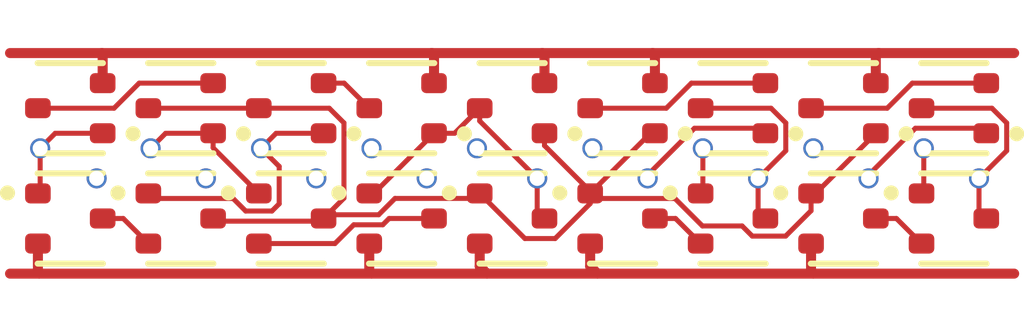
<source format=kicad_pcb>
(kicad_pcb (version 20241229) (generator "pcbnew") (generator_version "9.0")
  (layers (0 "F.Cu" signal) (2 "B.Cu" signal) (13 "F.Paste" user) (15 "B.Paste" user) (5 "F.SilkS" user "F.Silkscreen") (7 "B.SilkS" user "B.Silkscreen") (1 "F.Mask" user) (3 "B.Mask" user) (25 "Edge.Cuts" user))
  (net 0 "")
  (net 1 "GND")
  (net 2 "VDD")
  (net 3 "D")
  (net 4 "Q")
  (net 5 "CLK")
  (net 6 "latch.NOT1.intP")
  (net 7 "latch.NOT1.Y")
  (net 8 "nCLK")
  (net 9 "latch.NOT1.intN")
  (net 10 "latch.NOT3.intP")
  (net 11 "latch.NOT3.intN")
  (net 12 "port1.intP")
  (net 13 "port1.intN")
  (net 14 "Q1")
  (net 15 "nEN2")
  (net 16 "EN1")
  (net 17 "nEN1")
  (net 18 "EN2")
  (net 19 "Q2")
  (net 20 "port2.intN")
  (net 21 "port2.intP")
  (footprint "Package_TO_SOT_SMD:SOT-523" (layer "F.Cu") (at 7.7 1.1 180)
    (property "Reference" "latch.NOT3.N1" (hide yes))
    (property "Value" "")
    (fp_line (start 0.65 0.9) (end -0.65 0.9) (stroke (width 0.12)) (layer "F.SilkS"))
    (fp_line (start 0.65 -0.9) (end -0.65 -0.9) (stroke (width 0.12)) (layer "F.SilkS"))
    (fp_circle (center -1.25 -0.51) (end -1.1 -0.51) (fill yes) (layer "F.SilkS"))
    (pad "1" smd roundrect (at -0.645 -0.5) (size 0.51 0.4) (layers "F.Cu" "F.Mask" "F.Paste") (net 4 "Q"))
    (pad "2" smd roundrect (at -0.645 0.5) (size 0.51 0.4) (layers "F.Cu" "F.Mask" "F.Paste") (net 1 "GND"))
    (pad "3" smd roundrect (at 0.645 0) (size 0.51 0.4) (layers "F.Cu" "F.Mask" "F.Paste") (net 11 "latch.NOT3.intN"))
  )
  (footprint "Package_TO_SOT_SMD:SOT-523" (layer "F.Cu") (at 3.3 3.3)
    (property "Reference" "latch.NOT1.P2" (hide yes))
    (property "Value" "")
    (fp_line (start 0.65 -0.9) (end -0.65 -0.9) (stroke (width 0.12)) (layer "F.SilkS"))
    (fp_line (start 0.65 0.9) (end -0.65 0.9) (stroke (width 0.12)) (layer "F.SilkS"))
    (fp_circle (center -1.25 -0.51) (end -1.1 -0.51) (fill yes) (layer "F.SilkS"))
    (pad "1" smd roundrect (at -0.645 -0.5 180) (size 0.51 0.4) (layers "F.Cu" "F.Mask" "F.Paste") (net 8 "nCLK"))
    (pad "2" smd roundrect (at -0.645 0.5 180) (size 0.51 0.4) (layers "F.Cu" "F.Mask" "F.Paste") (net 6 "latch.NOT1.intP"))
    (pad "3" smd roundrect (at 0.645 0 180) (size 0.51 0.4) (layers "F.Cu" "F.Mask" "F.Paste") (net 7 "latch.NOT1.Y"))
  )
  (footprint "Package_TO_SOT_SMD:SOT-523" (layer "F.Cu") (at 5.5 1.1 180)
    (property "Reference" "latch.NOT3.N2" (hide yes))
    (property "Value" "")
    (fp_line (start 0.65 0.9) (end -0.65 0.9) (stroke (width 0.12)) (layer "F.SilkS"))
    (fp_line (start 0.65 -0.9) (end -0.65 -0.9) (stroke (width 0.12)) (layer "F.SilkS"))
    (fp_circle (center -1.25 -0.51) (end -1.1 -0.51) (fill yes) (layer "F.SilkS"))
    (pad "1" smd roundrect (at -0.645 -0.5) (size 0.51 0.4) (layers "F.Cu" "F.Mask" "F.Paste") (net 8 "nCLK"))
    (pad "2" smd roundrect (at -0.645 0.5) (size 0.51 0.4) (layers "F.Cu" "F.Mask" "F.Paste") (net 11 "latch.NOT3.intN"))
    (pad "3" smd roundrect (at 0.645 0) (size 0.51 0.4) (layers "F.Cu" "F.Mask" "F.Paste") (net 7 "latch.NOT1.Y"))
  )
  (footprint "Package_TO_SOT_SMD:SOT-523" (layer "F.Cu") (at 1.1 3.3)
    (property "Reference" "latch.NOT1.P1" (hide yes))
    (property "Value" "")
    (fp_line (start 0.65 -0.9) (end -0.65 -0.9) (stroke (width 0.12)) (layer "F.SilkS"))
    (fp_line (start 0.65 0.9) (end -0.65 0.9) (stroke (width 0.12)) (layer "F.SilkS"))
    (fp_circle (center -1.25 -0.51) (end -1.1 -0.51) (fill yes) (layer "F.SilkS"))
    (pad "1" smd roundrect (at -0.645 -0.5 180) (size 0.51 0.4) (layers "F.Cu" "F.Mask" "F.Paste") (net 3 "D"))
    (pad "2" smd roundrect (at -0.645 0.5 180) (size 0.51 0.4) (layers "F.Cu" "F.Mask" "F.Paste") (net 2 "VDD"))
    (pad "3" smd roundrect (at 0.645 0 180) (size 0.51 0.4) (layers "F.Cu" "F.Mask" "F.Paste") (net 6 "latch.NOT1.intP"))
  )
  (footprint "Package_TO_SOT_SMD:SOT-523" (layer "F.Cu") (at 5.5 3.3)
    (property "Reference" "latch.NOT3.P2" (hide yes))
    (property "Value" "")
    (fp_line (start 0.65 -0.9) (end -0.65 -0.9) (stroke (width 0.12)) (layer "F.SilkS"))
    (fp_line (start 0.65 0.9) (end -0.65 0.9) (stroke (width 0.12)) (layer "F.SilkS"))
    (fp_circle (center -1.25 -0.51) (end -1.1 -0.51) (fill yes) (layer "F.SilkS"))
    (pad "1" smd roundrect (at -0.645 -0.5 180) (size 0.51 0.4) (layers "F.Cu" "F.Mask" "F.Paste") (net 5 "CLK"))
    (pad "2" smd roundrect (at -0.645 0.5 180) (size 0.51 0.4) (layers "F.Cu" "F.Mask" "F.Paste") (net 10 "latch.NOT3.intP"))
    (pad "3" smd roundrect (at 0.645 0 180) (size 0.51 0.4) (layers "F.Cu" "F.Mask" "F.Paste") (net 7 "latch.NOT1.Y"))
  )
  (footprint "Package_TO_SOT_SMD:SOT-523" (layer "F.Cu") (at 3.3 1.1 180)
    (property "Reference" "latch.NOT1.N2" (hide yes))
    (property "Value" "")
    (fp_line (start 0.65 0.9) (end -0.65 0.9) (stroke (width 0.12)) (layer "F.SilkS"))
    (fp_line (start 0.65 -0.9) (end -0.65 -0.9) (stroke (width 0.12)) (layer "F.SilkS"))
    (fp_circle (center -1.25 -0.51) (end -1.1 -0.51) (fill yes) (layer "F.SilkS"))
    (pad "1" smd roundrect (at -0.645 -0.5) (size 0.51 0.4) (layers "F.Cu" "F.Mask" "F.Paste") (net 5 "CLK"))
    (pad "2" smd roundrect (at -0.645 0.5) (size 0.51 0.4) (layers "F.Cu" "F.Mask" "F.Paste") (net 9 "latch.NOT1.intN"))
    (pad "3" smd roundrect (at 0.645 0) (size 0.51 0.4) (layers "F.Cu" "F.Mask" "F.Paste") (net 7 "latch.NOT1.Y"))
  )
  (footprint "Package_TO_SOT_SMD:SOT-523" (layer "F.Cu") (at 16.5 1.1 180)
    (property "Reference" "port2.N1" (hide yes))
    (property "Value" "")
    (fp_line (start 0.65 0.9) (end -0.65 0.9) (stroke (width 0.12)) (layer "F.SilkS"))
    (fp_line (start 0.65 -0.9) (end -0.65 -0.9) (stroke (width 0.12)) (layer "F.SilkS"))
    (fp_circle (center -1.25 -0.51) (end -1.1 -0.51) (fill yes) (layer "F.SilkS"))
    (pad "1" smd roundrect (at -0.645 -0.5) (size 0.51 0.4) (layers "F.Cu" "F.Mask" "F.Paste") (net 7 "latch.NOT1.Y"))
    (pad "2" smd roundrect (at -0.645 0.5) (size 0.51 0.4) (layers "F.Cu" "F.Mask" "F.Paste") (net 1 "GND"))
    (pad "3" smd roundrect (at 0.645 0) (size 0.51 0.4) (layers "F.Cu" "F.Mask" "F.Paste") (net 20 "port2.intN"))
  )
  (footprint "Package_TO_SOT_SMD:SOT-523" (layer "F.Cu") (at 12.1 1.1 180)
    (property "Reference" "port1.N1" (hide yes))
    (property "Value" "")
    (fp_line (start 0.65 0.9) (end -0.65 0.9) (stroke (width 0.12)) (layer "F.SilkS"))
    (fp_line (start 0.65 -0.9) (end -0.65 -0.9) (stroke (width 0.12)) (layer "F.SilkS"))
    (fp_circle (center -1.25 -0.51) (end -1.1 -0.51) (fill yes) (layer "F.SilkS"))
    (pad "1" smd roundrect (at -0.645 -0.5) (size 0.51 0.4) (layers "F.Cu" "F.Mask" "F.Paste") (net 7 "latch.NOT1.Y"))
    (pad "2" smd roundrect (at -0.645 0.5) (size 0.51 0.4) (layers "F.Cu" "F.Mask" "F.Paste") (net 1 "GND"))
    (pad "3" smd roundrect (at 0.645 0) (size 0.51 0.4) (layers "F.Cu" "F.Mask" "F.Paste") (net 13 "port1.intN"))
  )
  (footprint "Package_TO_SOT_SMD:SOT-523" (layer "F.Cu") (at 9.9 3.3)
    (property "Reference" "latch.NOT2.P1" (hide yes))
    (property "Value" "")
    (fp_line (start 0.65 -0.9) (end -0.65 -0.9) (stroke (width 0.12)) (layer "F.SilkS"))
    (fp_line (start 0.65 0.9) (end -0.65 0.9) (stroke (width 0.12)) (layer "F.SilkS"))
    (fp_circle (center -1.25 -0.51) (end -1.1 -0.51) (fill yes) (layer "F.SilkS"))
    (pad "1" smd roundrect (at -0.645 -0.5 180) (size 0.51 0.4) (layers "F.Cu" "F.Mask" "F.Paste") (net 7 "latch.NOT1.Y"))
    (pad "2" smd roundrect (at -0.645 0.5 180) (size 0.51 0.4) (layers "F.Cu" "F.Mask" "F.Paste") (net 2 "VDD"))
    (pad "3" smd roundrect (at 0.645 0 180) (size 0.51 0.4) (layers "F.Cu" "F.Mask" "F.Paste") (net 4 "Q"))
  )
  (footprint "Package_TO_SOT_SMD:SOT-523" (layer "F.Cu") (at 14.3 3.3)
    (property "Reference" "port1.P2" (hide yes))
    (property "Value" "")
    (fp_line (start 0.65 -0.9) (end -0.65 -0.9) (stroke (width 0.12)) (layer "F.SilkS"))
    (fp_line (start 0.65 0.9) (end -0.65 0.9) (stroke (width 0.12)) (layer "F.SilkS"))
    (fp_circle (center -1.25 -0.51) (end -1.1 -0.51) (fill yes) (layer "F.SilkS"))
    (pad "1" smd roundrect (at -0.645 -0.5 180) (size 0.51 0.4) (layers "F.Cu" "F.Mask" "F.Paste") (net 17 "nEN1"))
    (pad "2" smd roundrect (at -0.645 0.5 180) (size 0.51 0.4) (layers "F.Cu" "F.Mask" "F.Paste") (net 12 "port1.intP"))
    (pad "3" smd roundrect (at 0.645 0 180) (size 0.51 0.4) (layers "F.Cu" "F.Mask" "F.Paste") (net 14 "Q1"))
  )
  (footprint "Package_TO_SOT_SMD:SOT-523" (layer "F.Cu") (at 18.7 1.1 180)
    (property "Reference" "port2.N2" (hide yes))
    (property "Value" "")
    (fp_line (start 0.65 0.9) (end -0.65 0.9) (stroke (width 0.12)) (layer "F.SilkS"))
    (fp_line (start 0.65 -0.9) (end -0.65 -0.9) (stroke (width 0.12)) (layer "F.SilkS"))
    (fp_circle (center -1.25 -0.51) (end -1.1 -0.51) (fill yes) (layer "F.SilkS"))
    (pad "1" smd roundrect (at -0.645 -0.5) (size 0.51 0.4) (layers "F.Cu" "F.Mask" "F.Paste") (net 18 "EN2"))
    (pad "2" smd roundrect (at -0.645 0.5) (size 0.51 0.4) (layers "F.Cu" "F.Mask" "F.Paste") (net 20 "port2.intN"))
    (pad "3" smd roundrect (at 0.645 0) (size 0.51 0.4) (layers "F.Cu" "F.Mask" "F.Paste") (net 19 "Q2"))
  )
  (footprint "Package_TO_SOT_SMD:SOT-523" (layer "F.Cu") (at 12.1 3.3)
    (property "Reference" "port1.P1" (hide yes))
    (property "Value" "")
    (fp_line (start 0.65 -0.9) (end -0.65 -0.9) (stroke (width 0.12)) (layer "F.SilkS"))
    (fp_line (start 0.65 0.9) (end -0.65 0.9) (stroke (width 0.12)) (layer "F.SilkS"))
    (fp_circle (center -1.25 -0.51) (end -1.1 -0.51) (fill yes) (layer "F.SilkS"))
    (pad "1" smd roundrect (at -0.645 -0.5 180) (size 0.51 0.4) (layers "F.Cu" "F.Mask" "F.Paste") (net 7 "latch.NOT1.Y"))
    (pad "2" smd roundrect (at -0.645 0.5 180) (size 0.51 0.4) (layers "F.Cu" "F.Mask" "F.Paste") (net 2 "VDD"))
    (pad "3" smd roundrect (at 0.645 0 180) (size 0.51 0.4) (layers "F.Cu" "F.Mask" "F.Paste") (net 12 "port1.intP"))
  )
  (footprint "Package_TO_SOT_SMD:SOT-523" (layer "F.Cu") (at 16.5 3.3)
    (property "Reference" "port2.P1" (hide yes))
    (property "Value" "")
    (fp_line (start 0.65 -0.9) (end -0.65 -0.9) (stroke (width 0.12)) (layer "F.SilkS"))
    (fp_line (start 0.65 0.9) (end -0.65 0.9) (stroke (width 0.12)) (layer "F.SilkS"))
    (fp_circle (center -1.25 -0.51) (end -1.1 -0.51) (fill yes) (layer "F.SilkS"))
    (pad "1" smd roundrect (at -0.645 -0.5 180) (size 0.51 0.4) (layers "F.Cu" "F.Mask" "F.Paste") (net 7 "latch.NOT1.Y"))
    (pad "2" smd roundrect (at -0.645 0.5 180) (size 0.51 0.4) (layers "F.Cu" "F.Mask" "F.Paste") (net 2 "VDD"))
    (pad "3" smd roundrect (at 0.645 0 180) (size 0.51 0.4) (layers "F.Cu" "F.Mask" "F.Paste") (net 21 "port2.intP"))
  )
  (footprint "Package_TO_SOT_SMD:SOT-523" (layer "F.Cu") (at 9.9 1.1 180)
    (property "Reference" "latch.NOT2.N1" (hide yes))
    (property "Value" "")
    (fp_line (start 0.65 0.9) (end -0.65 0.9) (stroke (width 0.12)) (layer "F.SilkS"))
    (fp_line (start 0.65 -0.9) (end -0.65 -0.9) (stroke (width 0.12)) (layer "F.SilkS"))
    (fp_circle (center -1.25 -0.51) (end -1.1 -0.51) (fill yes) (layer "F.SilkS"))
    (pad "1" smd roundrect (at -0.645 -0.5) (size 0.51 0.4) (layers "F.Cu" "F.Mask" "F.Paste") (net 7 "latch.NOT1.Y"))
    (pad "2" smd roundrect (at -0.645 0.5) (size 0.51 0.4) (layers "F.Cu" "F.Mask" "F.Paste") (net 1 "GND"))
    (pad "3" smd roundrect (at 0.645 0) (size 0.51 0.4) (layers "F.Cu" "F.Mask" "F.Paste") (net 4 "Q"))
  )
  (footprint "Package_TO_SOT_SMD:SOT-523" (layer "F.Cu") (at 18.7 3.3)
    (property "Reference" "port2.P2" (hide yes))
    (property "Value" "")
    (fp_line (start 0.65 -0.9) (end -0.65 -0.9) (stroke (width 0.12)) (layer "F.SilkS"))
    (fp_line (start 0.65 0.9) (end -0.65 0.9) (stroke (width 0.12)) (layer "F.SilkS"))
    (fp_circle (center -1.25 -0.51) (end -1.1 -0.51) (fill yes) (layer "F.SilkS"))
    (pad "1" smd roundrect (at -0.645 -0.5 180) (size 0.51 0.4) (layers "F.Cu" "F.Mask" "F.Paste") (net 15 "nEN2"))
    (pad "2" smd roundrect (at -0.645 0.5 180) (size 0.51 0.4) (layers "F.Cu" "F.Mask" "F.Paste") (net 21 "port2.intP"))
    (pad "3" smd roundrect (at 0.645 0 180) (size 0.51 0.4) (layers "F.Cu" "F.Mask" "F.Paste") (net 19 "Q2"))
  )
  (footprint "Package_TO_SOT_SMD:SOT-523" (layer "F.Cu") (at 7.7 3.3)
    (property "Reference" "latch.NOT3.P1" (hide yes))
    (property "Value" "")
    (fp_line (start 0.65 -0.9) (end -0.65 -0.9) (stroke (width 0.12)) (layer "F.SilkS"))
    (fp_line (start 0.65 0.9) (end -0.65 0.9) (stroke (width 0.12)) (layer "F.SilkS"))
    (fp_circle (center -1.25 -0.51) (end -1.1 -0.51) (fill yes) (layer "F.SilkS"))
    (pad "1" smd roundrect (at -0.645 -0.5 180) (size 0.51 0.4) (layers "F.Cu" "F.Mask" "F.Paste") (net 4 "Q"))
    (pad "2" smd roundrect (at -0.645 0.5 180) (size 0.51 0.4) (layers "F.Cu" "F.Mask" "F.Paste") (net 2 "VDD"))
    (pad "3" smd roundrect (at 0.645 0 180) (size 0.51 0.4) (layers "F.Cu" "F.Mask" "F.Paste") (net 10 "latch.NOT3.intP"))
  )
  (footprint "Package_TO_SOT_SMD:SOT-523" (layer "F.Cu") (at 14.3 1.1 180)
    (property "Reference" "port1.N2" (hide yes))
    (property "Value" "")
    (fp_line (start 0.65 0.9) (end -0.65 0.9) (stroke (width 0.12)) (layer "F.SilkS"))
    (fp_line (start 0.65 -0.9) (end -0.65 -0.9) (stroke (width 0.12)) (layer "F.SilkS"))
    (fp_circle (center -1.25 -0.51) (end -1.1 -0.51) (fill yes) (layer "F.SilkS"))
    (pad "1" smd roundrect (at -0.645 -0.5) (size 0.51 0.4) (layers "F.Cu" "F.Mask" "F.Paste") (net 16 "EN1"))
    (pad "2" smd roundrect (at -0.645 0.5) (size 0.51 0.4) (layers "F.Cu" "F.Mask" "F.Paste") (net 13 "port1.intN"))
    (pad "3" smd roundrect (at 0.645 0) (size 0.51 0.4) (layers "F.Cu" "F.Mask" "F.Paste") (net 14 "Q1"))
  )
  (footprint "Package_TO_SOT_SMD:SOT-523" (layer "F.Cu") (at 1.1 1.1 180)
    (property "Reference" "latch.NOT1.N1" (hide yes))
    (property "Value" "")
    (fp_line (start 0.65 0.9) (end -0.65 0.9) (stroke (width 0.12)) (layer "F.SilkS"))
    (fp_line (start 0.65 -0.9) (end -0.65 -0.9) (stroke (width 0.12)) (layer "F.SilkS"))
    (fp_circle (center -1.25 -0.51) (end -1.1 -0.51) (fill yes) (layer "F.SilkS"))
    (pad "1" smd roundrect (at -0.645 -0.5) (size 0.51 0.4) (layers "F.Cu" "F.Mask" "F.Paste") (net 3 "D"))
    (pad "2" smd roundrect (at -0.645 0.5) (size 0.51 0.4) (layers "F.Cu" "F.Mask" "F.Paste") (net 1 "GND"))
    (pad "3" smd roundrect (at 0.645 0) (size 0.51 0.4) (layers "F.Cu" "F.Mask" "F.Paste") (net 9 "latch.NOT1.intN"))
  )
  (via (at 15.9 1.9) (size 0.4) (drill 0.3) (layers "F.Cu" "B.Cu") (net 0))
  (via (at 8.2 2.5) (size 0.4) (drill 0.3) (layers "F.Cu" "B.Cu") (net 0))
  (via (at 7.1 1.9) (size 0.4) (drill 0.3) (layers "F.Cu" "B.Cu") (net 0))
  (via (at 11.5 1.9) (size 0.4) (drill 0.3) (layers "F.Cu" "B.Cu") (net 0))
  (via (at 6 2.5) (size 0.4) (drill 0.3) (layers "F.Cu" "B.Cu") (net 0))
  (via (at 3.8 2.5) (size 0.4) (drill 0.3) (layers "F.Cu" "B.Cu") (net 0))
  (via (at 1.625 2.5) (size 0.4) (drill 0.3) (layers "F.Cu" "B.Cu") (net 0))
  (via (at 9.2 1.9) (size 0.4) (drill 0.3) (layers "F.Cu" "B.Cu") (net 0))
  (segment (start 8.345 0.045) (end 8.3 0) (width 0.2) (layer "F.Cu") (net 1))
  (segment (start 1.745 0.015) (end 1.73 0) (width 0.2) (layer "F.Cu") (net 1))
  (segment (start 10.545 0.6) (end 10.545 0.045) (width 0.2) (layer "F.Cu") (net 1))
  (segment (start 8.3 0) (end 10.5 0) (width 0.2) (layer "F.Cu") (net 1))
  (segment (start 12.745 0.045) (end 12.7 0) (width 0.2) (layer "F.Cu") (net 1))
  (segment (start 10.5 0) (end 12.7 0) (width 0.2) (layer "F.Cu") (net 1))
  (segment (start 17.2 0) (end 19.9 0) (width 0.2) (layer "F.Cu") (net 1))
  (segment (start 1.73 0) (end 8.3 0) (width 0.2) (layer "F.Cu") (net 1))
  (segment (start 8.345 0.6) (end 8.345 0.045) (width 0.2) (layer "F.Cu") (net 1))
  (segment (start 1.745 0.6) (end 1.745 0.015) (width 0.2) (layer "F.Cu") (net 1))
  (segment (start 17.145 0.055) (end 17.2 0) (width 0.2) (layer "F.Cu") (net 1))
  (segment (start 12.745 0.6) (end 12.745 0.045) (width 0.2) (layer "F.Cu") (net 1))
  (segment (start 10.545 0.045) (end 10.5 0) (width 0.2) (layer "F.Cu") (net 1))
  (segment (start 12.7 0) (end 17.2 0) (width 0.2) (layer "F.Cu") (net 1))
  (segment (start 17.145 0.6) (end 17.145 0.055) (width 0.2) (layer "F.Cu") (net 1))
  (segment (start -0.1 0) (end 1.73 0) (width 0.2) (layer "F.Cu") (net 1))
  (segment (start -0.1 4.4) (end 0.48 4.4) (width 0.2) (layer "F.Cu") (net 2))
  (segment (start 11.455 4.255) (end 11.6 4.4) (width 0.2) (layer "F.Cu") (net 2))
  (segment (start 11.6 4.4) (end 15.9 4.4) (width 0.2) (layer "F.Cu") (net 2))
  (segment (start 7.1 4.4) (end 9.4 4.4) (width 0.2) (layer "F.Cu") (net 2))
  (segment (start 9.255 3.8) (end 9.255 4.255) (width 0.2) (layer "F.Cu") (net 2))
  (segment (start 15.855 4.355) (end 15.9 4.4) (width 0.2) (layer "F.Cu") (net 2))
  (segment (start 15.855 3.8) (end 15.855 4.355) (width 0.2) (layer "F.Cu") (net 2))
  (segment (start 0.48 4.4) (end 7.1 4.4) (width 0.2) (layer "F.Cu") (net 2))
  (segment (start 9.255 4.255) (end 9.4 4.4) (width 0.2) (layer "F.Cu") (net 2))
  (segment (start 0.455 4.375) (end 0.48 4.4) (width 0.2) (layer "F.Cu") (net 2))
  (segment (start 7.055 3.8) (end 7.055 4.355) (width 0.2) (layer "F.Cu") (net 2))
  (segment (start 15.9 4.4) (end 19.9 4.4) (width 0.2) (layer "F.Cu") (net 2))
  (segment (start 7.055 4.355) (end 7.1 4.4) (width 0.2) (layer "F.Cu") (net 2))
  (segment (start 0.455 3.8) (end 0.455 4.375) (width 0.2) (layer "F.Cu") (net 2))
  (segment (start 11.455 3.8) (end 11.455 4.255) (width 0.2) (layer "F.Cu") (net 2))
  (segment (start 9.4 4.4) (end 11.6 4.4) (width 0.2) (layer "F.Cu") (net 2))
  (segment (start 0.5 2.755) (end 0.455 2.8) (width 0.1) (layer "F.Cu") (net 3))
  (segment (start 0.5 1.9) (end 0.5 2.755) (width 0.1) (layer "F.Cu") (net 3))
  (segment (start 1.745 1.6) (end 0.8 1.6) (width 0.1) (layer "F.Cu") (net 3))
  (segment (start 0.8 1.6) (end 0.5 1.9) (width 0.1) (layer "F.Cu") (net 3))
  (via (at 0.5 1.9) (size 0.4) (drill 0.3) (layers "F.Cu" "B.Cu") (net 3))
  (segment (start 8.755 1.6) (end 9.255 1.1) (width 0.1) (layer "F.Cu") (net 4))
  (segment (start 9.255 1.1) (end 9.255 1.355) (width 0.1) (layer "F.Cu") (net 4))
  (segment (start 9.255 1.355) (end 10.4 2.5) (width 0.1) (layer "F.Cu") (net 4))
  (segment (start 10.4 3.155) (end 10.545 3.3) (width 0.1) (layer "F.Cu") (net 4))
  (segment (start 8.345 1.6) (end 8.755 1.6) (width 0.1) (layer "F.Cu") (net 4))
  (segment (start 7.055 2.8) (end 7.145 2.8) (width 0.1) (layer "F.Cu") (net 4))
  (segment (start 7.145 2.8) (end 8.345 1.6) (width 0.1) (layer "F.Cu") (net 4))
  (segment (start 10.4 2.5) (end 10.4 3.155) (width 0.1) (layer "F.Cu") (net 4))
  (via (at 10.4 2.5) (size 0.4) (drill 0.3) (layers "F.Cu" "B.Cu") (net 4))
  (segment (start 3 1.6) (end 2.7 1.9) (width 0.1) (layer "F.Cu") (net 5))
  (segment (start 3.945 1.89) (end 4.855 2.8) (width 0.1) (layer "F.Cu") (net 5))
  (segment (start 3.945 1.6) (end 3.945 1.89) (width 0.1) (layer "F.Cu") (net 5))
  (segment (start 3.945 1.6) (end 3 1.6) (width 0.1) (layer "F.Cu") (net 5))
  (via (at 2.7 1.9) (size 0.4) (drill 0.3) (layers "F.Cu" "B.Cu") (net 5))
  (segment (start 1.745 3.3) (end 2.155 3.3) (width 0.1) (layer "F.Cu") (net 6))
  (segment (start 2.155 3.3) (end 2.655 3.8) (width 0.1) (layer "F.Cu") (net 6))
  (segment (start 14.481262 3.449) (end 14.683262 3.651) (width 0.1) (layer "F.Cu") (net 7))
  (segment (start 10.545 1.845) (end 10.545 1.6) (width 0.1) (layer "F.Cu") (net 7))
  (segment (start 3.998 3.353) (end 6.092 3.353) (width 0.1) (layer "F.Cu") (net 7))
  (segment (start 7.241478 3.226) (end 7.567478 2.9) (width 0.1) (layer "F.Cu") (net 7))
  (segment (start 2.655 1.1) (end 4.855 1.1) (width 0.1) (layer "F.Cu") (net 7))
  (segment (start 15.945 2.8) (end 17.145 1.6) (width 0.1) (layer "F.Cu") (net 7))
  (segment (start 11.455 2.8) (end 11.556 2.901) (width 0.1) (layer "F.Cu") (net 7))
  (segment (start 6.092 3.353) (end 6.145 3.3) (width 0.1) (layer "F.Cu") (net 7))
  (segment (start 13.143262 2.901) (end 13.691262 3.449) (width 0.1) (layer "F.Cu") (net 7))
  (segment (start 9.155 2.9) (end 9.255 2.8) (width 0.1) (layer "F.Cu") (net 7))
  (segment (start 6.145 3.3) (end 6.219 3.226) (width 0.1) (layer "F.Cu") (net 7))
  (segment (start 10.757738 3.7) (end 11.455 3.002738) (width 0.1) (layer "F.Cu") (net 7))
  (segment (start 7.567478 2.9) (end 9.155 2.9) (width 0.1) (layer "F.Cu") (net 7))
  (segment (start 15.855 2.8) (end 15.945 2.8) (width 0.1) (layer "F.Cu") (net 7))
  (segment (start 15.855 3.145) (end 15.855 2.8) (width 0.1) (layer "F.Cu") (net 7))
  (segment (start 11.455 2.8) (end 11.455 2.755) (width 0.1) (layer "F.Cu") (net 7))
  (segment (start 6.257738 1.1) (end 4.855 1.1) (width 0.1) (layer "F.Cu") (net 7))
  (segment (start 3.945 3.3) (end 3.998 3.353) (width 0.1) (layer "F.Cu") (net 7))
  (segment (start 10.155 3.7) (end 10.757738 3.7) (width 0.1) (layer "F.Cu") (net 7))
  (segment (start 15.349 3.651) (end 15.855 3.145) (width 0.1) (layer "F.Cu") (net 7))
  (segment (start 12.745 1.6) (end 12.655 1.6) (width 0.1) (layer "F.Cu") (net 7))
  (segment (start 6.219 3.226) (end 7.241478 3.226) (width 0.1) (layer "F.Cu") (net 7))
  (segment (start 11.455 3.002738) (end 11.455 2.8) (width 0.1) (layer "F.Cu") (net 7))
  (segment (start 6.551 2.894) (end 6.551 1.393262) (width 0.1) (layer "F.Cu") (net 7))
  (segment (start 14.683262 3.651) (end 15.349 3.651) (width 0.1) (layer "F.Cu") (net 7))
  (segment (start 11.556 2.901) (end 13.143262 2.901) (width 0.1) (layer "F.Cu") (net 7))
  (segment (start 6.145 3.3) (end 6.551 2.894) (width 0.1) (layer "F.Cu") (net 7))
  (segment (start 11.455 2.755) (end 10.545 1.845) (width 0.1) (layer "F.Cu") (net 7))
  (segment (start 12.655 1.6) (end 11.455 2.8) (width 0.1) (layer "F.Cu") (net 7))
  (segment (start 13.691262 3.449) (end 14.481262 3.449) (width 0.1) (layer "F.Cu") (net 7))
  (segment (start 9.255 2.8) (end 10.155 3.7) (width 0.1) (layer "F.Cu") (net 7))
  (segment (start 6.551 1.393262) (end 6.257738 1.1) (width 0.1) (layer "F.Cu") (net 7))
  (segment (start 4.593262 3.151) (end 5.116738 3.151) (width 0.1) (layer "F.Cu") (net 8))
  (segment (start 5.261 3.006738) (end 5.261 2.261) (width 0.1) (layer "F.Cu") (net 8))
  (segment (start 2.655 2.8) (end 2.756 2.901) (width 0.1) (layer "F.Cu") (net 8))
  (segment (start 5.261 2.261) (end 4.9 1.9) (width 0.1) (layer "F.Cu") (net 8))
  (segment (start 5.2 1.6) (end 4.9 1.9) (width 0.1) (layer "F.Cu") (net 8))
  (segment (start 6.145 1.6) (end 5.2 1.6) (width 0.1) (layer "F.Cu") (net 8))
  (segment (start 5.116738 3.151) (end 5.261 3.006738) (width 0.1) (layer "F.Cu") (net 8))
  (segment (start 2.756 2.901) (end 4.343262 2.901) (width 0.1) (layer "F.Cu") (net 8))
  (segment (start 4.343262 2.901) (end 4.593262 3.151) (width 0.1) (layer "F.Cu") (net 8))
  (via (at 4.9 1.9) (size 0.4) (drill 0.3) (layers "F.Cu" "B.Cu") (net 8))
  (segment (start 1.97155 1.1) (end 2.47155 0.6) (width 0.1) (layer "F.Cu") (net 9))
  (segment (start 0.455 1.1) (end 1.97155 1.1) (width 0.1) (layer "F.Cu") (net 9))
  (segment (start 2.47155 0.6) (end 3.945 0.6) (width 0.1) (layer "F.Cu") (net 9))
  (segment (start 4.855 3.8) (end 6.37155 3.8) (width 0.1) (layer "F.Cu") (net 10))
  (segment (start 7.32432 3.426) (end 7.45032 3.3) (width 0.1) (layer "F.Cu") (net 10))
  (segment (start 6.74555 3.426) (end 7.32432 3.426) (width 0.1) (layer "F.Cu") (net 10))
  (segment (start 7.45032 3.3) (end 8.345 3.3) (width 0.1) (layer "F.Cu") (net 10))
  (segment (start 6.37155 3.8) (end 6.74555 3.426) (width 0.1) (layer "F.Cu") (net 10))
  (segment (start 6.555 0.6) (end 7.055 1.1) (width 0.1) (layer "F.Cu") (net 11))
  (segment (start 6.145 0.6) (end 6.555 0.6) (width 0.1) (layer "F.Cu") (net 11))
  (segment (start 12.745 3.3) (end 13.155 3.3) (width 0.1) (layer "F.Cu") (net 12))
  (segment (start 13.155 3.3) (end 13.655 3.8) (width 0.1) (layer "F.Cu") (net 12))
  (segment (start 13.47155 0.6) (end 14.945 0.6) (width 0.1) (layer "F.Cu") (net 13))
  (segment (start 12.97155 1.1) (end 13.47155 0.6) (width 0.1) (layer "F.Cu") (net 13))
  (segment (start 11.455 1.1) (end 12.97155 1.1) (width 0.1) (layer "F.Cu") (net 13))
  (segment (start 15.351 1.393262) (end 15.351 1.949) (width 0.1) (layer "F.Cu") (net 14))
  (segment (start 14.8 2.5) (end 14.8 3.155) (width 0.1) (layer "F.Cu") (net 14))
  (segment (start 15.351 1.949) (end 14.8 2.5) (width 0.1) (layer "F.Cu") (net 14))
  (segment (start 15.057738 1.1) (end 15.351 1.393262) (width 0.1) (layer "F.Cu") (net 14))
  (segment (start 13.655 1.1) (end 15.057738 1.1) (width 0.1) (layer "F.Cu") (net 14))
  (segment (start 14.8 3.155) (end 14.945 3.3) (width 0.1) (layer "F.Cu") (net 14))
  (via (at 14.8 2.5) (size 0.4) (drill 0.3) (layers "F.Cu" "B.Cu") (net 14))
  (segment (start 18.1 2.755) (end 18.055 2.8) (width 0.1) (layer "F.Cu") (net 15))
  (segment (start 18.1 1.9) (end 18.1 2.755) (width 0.1) (layer "F.Cu") (net 15))
  (via (at 18.1 1.9) (size 0.4) (drill 0.3) (layers "F.Cu" "B.Cu") (net 15))
  (segment (start 12.6 2.4329) (end 13.5339 1.499) (width 0.1) (layer "F.Cu") (net 16))
  (segment (start 12.6 2.5) (end 12.6 2.4329) (width 0.1) (layer "F.Cu") (net 16))
  (segment (start 14.844 1.499) (end 14.945 1.6) (width 0.1) (layer "F.Cu") (net 16))
  (segment (start 13.5339 1.499) (end 14.844 1.499) (width 0.1) (layer "F.Cu") (net 16))
  (via (at 12.6 2.5) (size 0.4) (drill 0.3) (layers "F.Cu" "B.Cu") (net 16))
  (segment (start 13.7 1.9) (end 13.7 2.755) (width 0.1) (layer "F.Cu") (net 17))
  (segment (start 13.7 2.755) (end 13.655 2.8) (width 0.1) (layer "F.Cu") (net 17))
  (via (at 13.7 1.9) (size 0.4) (drill 0.3) (layers "F.Cu" "B.Cu") (net 17))
  (segment (start 19.244 1.499) (end 19.345 1.6) (width 0.1) (layer "F.Cu") (net 18))
  (segment (start 17 2.5) (end 17 2.4329) (width 0.1) (layer "F.Cu") (net 18))
  (segment (start 17 2.4329) (end 17.9339 1.499) (width 0.1) (layer "F.Cu") (net 18))
  (segment (start 17.9339 1.499) (end 19.244 1.499) (width 0.1) (layer "F.Cu") (net 18))
  (via (at 17 2.5) (size 0.4) (drill 0.3) (layers "F.Cu" "B.Cu") (net 18))
  (segment (start 19.2 2.5) (end 19.2 3.155) (width 0.1) (layer "F.Cu") (net 19))
  (segment (start 19.751 1.949) (end 19.2 2.5) (width 0.1) (layer "F.Cu") (net 19))
  (segment (start 18.055 1.1) (end 19.457738 1.1) (width 0.1) (layer "F.Cu") (net 19))
  (segment (start 19.457738 1.1) (end 19.751 1.393262) (width 0.1) (layer "F.Cu") (net 19))
  (segment (start 19.751 1.393262) (end 19.751 1.949) (width 0.1) (layer "F.Cu") (net 19))
  (segment (start 19.2 3.155) (end 19.345 3.3) (width 0.1) (layer "F.Cu") (net 19))
  (via (at 19.2 2.5) (size 0.4) (drill 0.3) (layers "F.Cu" "B.Cu") (net 19))
  (segment (start 17.87155 0.6) (end 19.345 0.6) (width 0.1) (layer "F.Cu") (net 20))
  (segment (start 17.37155 1.1) (end 17.87155 0.6) (width 0.1) (layer "F.Cu") (net 20))
  (segment (start 15.855 1.1) (end 17.37155 1.1) (width 0.1) (layer "F.Cu") (net 20))
  (segment (start 17.145 3.3) (end 17.555 3.3) (width 0.1) (layer "F.Cu") (net 21))
  (segment (start 17.555 3.3) (end 18.055 3.8) (width 0.1) (layer "F.Cu") (net 21))
)
</source>
